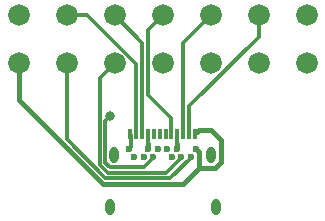
<source format=gbr>
%TF.GenerationSoftware,KiCad,Pcbnew,7.0.5*%
%TF.CreationDate,2024-02-16T09:30:06-05:00*%
%TF.ProjectId,SaberCord_Copy_Male,53616265-7243-46f7-9264-5f436f70795f,rev?*%
%TF.SameCoordinates,Original*%
%TF.FileFunction,Copper,L1,Top*%
%TF.FilePolarity,Positive*%
%FSLAX46Y46*%
G04 Gerber Fmt 4.6, Leading zero omitted, Abs format (unit mm)*
G04 Created by KiCad (PCBNEW 7.0.5) date 2024-02-16 09:30:06*
%MOMM*%
%LPD*%
G01*
G04 APERTURE LIST*
%TA.AperFunction,SMDPad,CuDef*%
%ADD10R,0.300000X0.900000*%
%TD*%
%TA.AperFunction,ComponentPad*%
%ADD11C,0.600000*%
%TD*%
%TA.AperFunction,ComponentPad*%
%ADD12O,0.800000X1.400000*%
%TD*%
%TA.AperFunction,ComponentPad*%
%ADD13C,1.828800*%
%TD*%
%TA.AperFunction,ViaPad*%
%ADD14C,0.800000*%
%TD*%
%TA.AperFunction,Conductor*%
%ADD15C,0.400000*%
%TD*%
%TA.AperFunction,Conductor*%
%ADD16C,0.299800*%
%TD*%
%TA.AperFunction,Conductor*%
%ADD17C,0.300000*%
%TD*%
G04 APERTURE END LIST*
D10*
%TO.P,J2,A1,a1*%
%TO.N,GND*%
X137585000Y-87780000D03*
%TO.P,J2,A2,a2*%
%TO.N,/CAN0_H*%
X138085000Y-87780000D03*
%TO.P,J2,A3,a3*%
%TO.N,/CAN0_L*%
X138585000Y-87780000D03*
%TO.P,J2,A4,a4*%
%TO.N,+12V*%
X139085000Y-87780000D03*
%TO.P,J2,A5,a5*%
%TO.N,unconnected-(J2-a5-PadA5)*%
X139585000Y-87780000D03*
%TO.P,J2,A6,a6*%
%TO.N,unconnected-(J2-a6-PadA6)*%
X140085000Y-87780000D03*
%TO.P,J2,A7,a7*%
%TO.N,unconnected-(J2-a7-PadA7)*%
X140585000Y-87780000D03*
%TO.P,J2,A8,A8*%
%TO.N,/SBU1*%
X141085000Y-87780000D03*
%TO.P,J2,A9,a9*%
%TO.N,+12V*%
X141585000Y-87780000D03*
%TO.P,J2,A10,a10*%
%TO.N,/CAN1_L*%
X142085000Y-87780000D03*
%TO.P,J2,A11,a11*%
%TO.N,/CAN1_H*%
X142585000Y-87780000D03*
%TO.P,J2,A12,a12*%
%TO.N,GND*%
X143085000Y-87780000D03*
D11*
%TO.P,J2,B1,b1*%
X143135000Y-88990000D03*
%TO.P,J2,B2,b2*%
%TO.N,/CAN2_H*%
X142735000Y-89690000D03*
%TO.P,J2,B3,b3*%
%TO.N,/CAN2_L*%
X141935000Y-89690000D03*
%TO.P,J2,B4,b4*%
%TO.N,+12V*%
X141535000Y-88990000D03*
%TO.P,J2,B5,b5*%
%TO.N,unconnected-(J2-b5-PadB5)*%
X141135000Y-89690000D03*
%TO.P,J2,B6,b6*%
%TO.N,unconnected-(J2-b6-PadB6)*%
X140735000Y-88990000D03*
%TO.P,J2,B7,b7*%
%TO.N,unconnected-(J2-b7-PadB7)*%
X139935000Y-88990000D03*
%TO.P,J2,B8,b8*%
%TO.N,/SBU2*%
X139535000Y-89690000D03*
%TO.P,J2,B9,b9*%
%TO.N,+12V*%
X139135000Y-88990000D03*
%TO.P,J2,B10,b10*%
%TO.N,/CAN3_L*%
X138735000Y-89690000D03*
%TO.P,J2,B11,b11*%
%TO.N,/CAN3_H*%
X137935000Y-89690000D03*
%TO.P,J2,B12,b12*%
%TO.N,GND*%
X137535000Y-88990000D03*
D12*
%TO.P,J2,S1*%
%TO.N,N/C*%
X136205000Y-89580000D03*
%TO.P,J2,S2*%
X144465000Y-89580000D03*
%TO.P,J2,S3*%
X135845000Y-93980000D03*
%TO.P,J2,S4*%
X144825000Y-93980000D03*
%TD*%
D13*
%TO.P,J1,1,Pin_1a*%
%TO.N,GND*%
X128143000Y-77724000D03*
%TO.P,J1,2,Pin_2a*%
%TO.N,/CAN0_H*%
X132207000Y-77724000D03*
%TO.P,J1,3,Pin_3a*%
%TO.N,/CAN0_L*%
X136271000Y-77724000D03*
%TO.P,J1,4,Pin_4a*%
%TO.N,/SBU1*%
X140335000Y-77724000D03*
%TO.P,J1,5,Pin_5a*%
%TO.N,/CAN1_L*%
X144399000Y-77724000D03*
%TO.P,J1,6,Pin_6a*%
%TO.N,/CAN1_H*%
X148463000Y-77724000D03*
%TO.P,J1,7,Pin_7a*%
%TO.N,+12V*%
X152527000Y-77724000D03*
%TO.P,J1,8,Pin_1b*%
%TO.N,GND*%
X128143000Y-81788000D03*
%TO.P,J1,9,Pin_2b*%
%TO.N,/CAN2_H*%
X132207000Y-81788000D03*
%TO.P,J1,10,Pin_3b*%
%TO.N,/CAN2_L*%
X136271000Y-81788000D03*
%TO.P,J1,11,Pin_4b*%
%TO.N,/SBU2*%
X140335000Y-81788000D03*
%TO.P,J1,12,Pin_5b*%
%TO.N,/CAN3_H*%
X144399000Y-81788000D03*
%TO.P,J1,13,Pin_6b*%
%TO.N,/CAN3_L*%
X148463000Y-81788000D03*
%TO.P,J1,14,Pin_7b*%
%TO.N,+12V*%
X152527000Y-81788000D03*
%TD*%
D14*
%TO.N,/SBU2*%
X135914900Y-86208200D03*
%TD*%
D15*
%TO.N,+12V*%
X139135000Y-88990000D02*
X139085000Y-88940000D01*
X141585000Y-88940000D02*
X141585000Y-88582100D01*
D16*
X139085000Y-88582100D02*
X139085000Y-87780000D01*
D15*
X139085000Y-88940000D02*
X139085000Y-88582100D01*
D16*
X141585000Y-88582100D02*
X141585000Y-87780000D01*
D15*
X141535000Y-88990000D02*
X141585000Y-88940000D01*
D17*
%TO.N,/CAN0_H*%
X132207000Y-77724000D02*
X133955700Y-77724000D01*
X138085000Y-81853300D02*
X138085000Y-87780000D01*
X133955700Y-77724000D02*
X138085000Y-81853300D01*
%TO.N,/CAN0_L*%
X136271000Y-77724000D02*
X138585000Y-80038000D01*
X138585000Y-80038000D02*
X138585000Y-87780000D01*
D15*
%TO.N,GND*%
X142044800Y-92002400D02*
X143388400Y-90658800D01*
D16*
X137535000Y-88990000D02*
X137622500Y-88902500D01*
D15*
X144752300Y-90658800D02*
X145270600Y-90140500D01*
X128143000Y-84857200D02*
X135288200Y-92002400D01*
X143388400Y-89243400D02*
X143135000Y-88990000D01*
X135288200Y-92002400D02*
X142044800Y-92002400D01*
X143388400Y-90658800D02*
X143388400Y-89243400D01*
X144403600Y-87407400D02*
X143457600Y-87407400D01*
X143457600Y-87407400D02*
X143232700Y-87632300D01*
X128143000Y-81788000D02*
X128143000Y-84857200D01*
X145270600Y-88274400D02*
X144403600Y-87407400D01*
D16*
X137622500Y-87817500D02*
X137585000Y-87780000D01*
D15*
X145270600Y-90140500D02*
X145270600Y-88274400D01*
X143388400Y-90658800D02*
X144752300Y-90658800D01*
D16*
X137622500Y-88902500D02*
X137622500Y-87817500D01*
X143232700Y-87632300D02*
X143085000Y-87780000D01*
D17*
%TO.N,/SBU1*%
X139084800Y-84443300D02*
X139084800Y-78974200D01*
X141085000Y-86443500D02*
X139084800Y-84443300D01*
X141085000Y-87780000D02*
X141085000Y-86443500D01*
X139084800Y-78974200D02*
X140335000Y-77724000D01*
%TO.N,/CAN1_L*%
X144399000Y-77724000D02*
X142085000Y-80038000D01*
X142085000Y-80038000D02*
X142085000Y-87780000D01*
%TO.N,/CAN1_H*%
X142585000Y-85386000D02*
X142585000Y-87780000D01*
X148463000Y-77724000D02*
X148463000Y-79508000D01*
X148463000Y-79508000D02*
X142585000Y-85386000D01*
%TO.N,/CAN2_H*%
X132207000Y-88211500D02*
X135496000Y-91500500D01*
X135496000Y-91500500D02*
X141004700Y-91500500D01*
X132207000Y-81788000D02*
X132207000Y-88211500D01*
X141004700Y-91500500D02*
X142735000Y-89770200D01*
X142735000Y-89770200D02*
X142735000Y-89690000D01*
%TO.N,/CAN2_L*%
X135021600Y-90369200D02*
X135695000Y-91042600D01*
X135695000Y-91042600D02*
X140654900Y-91042600D01*
X135021600Y-83037400D02*
X135021600Y-90369200D01*
X136271000Y-81788000D02*
X135021600Y-83037400D01*
X141935000Y-89762500D02*
X141935000Y-89690000D01*
X140654900Y-91042600D02*
X141935000Y-89762500D01*
%TO.N,/SBU2*%
X135502500Y-86620600D02*
X135914900Y-86208200D01*
X135894100Y-90584700D02*
X135502500Y-90193100D01*
X138728500Y-90584700D02*
X135894100Y-90584700D01*
X139535000Y-89690000D02*
X139535000Y-89778200D01*
X139535000Y-89778200D02*
X138728500Y-90584700D01*
X135502500Y-90193100D02*
X135502500Y-86620600D01*
%TD*%
M02*

</source>
